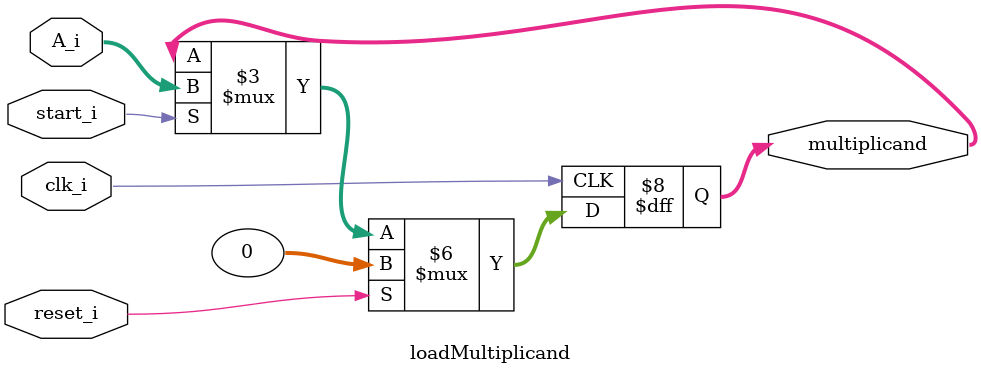
<source format=sv>
`timescale 1ns / 1ps


module loadMultiplicand #(parameter WIDTH = 32)(
    input logic clk_i, 
    input logic reset_i,
    input logic start_i, 
    input logic [WIDTH-1: 0] A_i,
    output reg [WIDTH-1: 0] multiplicand
    );
    
    always @(posedge clk_i) begin
        if(reset_i) begin 
            multiplicand <= '0;
        end
        else if (start_i) begin 
            multiplicand <= A_i;
        end
        else begin 
            multiplicand <= multiplicand;
        end
    end
    
endmodule

</source>
